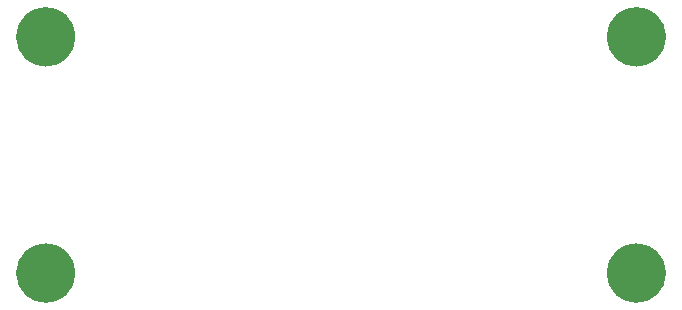
<source format=gbs>
%TF.GenerationSoftware,KiCad,Pcbnew,8.0.2-1*%
%TF.CreationDate,2024-12-23T20:39:15+00:00*%
%TF.ProjectId,jacdac-slider-MH-0.1,6a616364-6163-42d7-936c-696465722d4d,v0.1*%
%TF.SameCoordinates,PX8d24d00PY36d6160*%
%TF.FileFunction,Soldermask,Bot*%
%TF.FilePolarity,Negative*%
%FSLAX46Y46*%
G04 Gerber Fmt 4.6, Leading zero omitted, Abs format (unit mm)*
G04 Created by KiCad (PCBNEW 8.0.2-1) date 2024-12-23 20:39:15*
%MOMM*%
%LPD*%
G01*
G04 APERTURE LIST*
%ADD10C,2.500000*%
G04 APERTURE END LIST*
%TO.C,MH2*%
D10*
X26250000Y10000000D02*
G75*
G02*
X23750000Y10000000I-1250000J0D01*
G01*
X23750000Y10000000D02*
G75*
G02*
X26250000Y10000000I1250000J0D01*
G01*
%TO.C,MH4*%
X26250000Y-9999999D02*
G75*
G02*
X23750000Y-9999999I-1250000J0D01*
G01*
X23750000Y-9999999D02*
G75*
G02*
X26250000Y-9999999I1250000J0D01*
G01*
%TO.C,MH1*%
X-23750000Y10000001D02*
G75*
G02*
X-26250000Y10000001I-1250000J0D01*
G01*
X-26250000Y10000001D02*
G75*
G02*
X-23750000Y10000001I1250000J0D01*
G01*
%TO.C,MH3*%
X-23750800Y-10000800D02*
G75*
G02*
X-26250800Y-10000800I-1250000J0D01*
G01*
X-26250800Y-10000800D02*
G75*
G02*
X-23750800Y-10000800I1250000J0D01*
G01*
%TD*%
M02*

</source>
